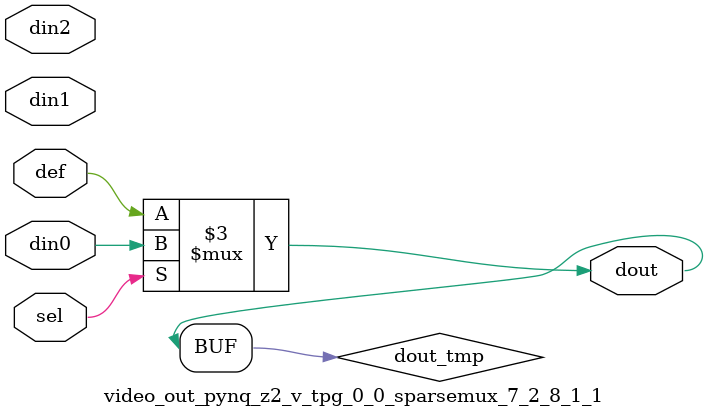
<source format=v>
`timescale 1ns / 1ps

module video_out_pynq_z2_v_tpg_0_0_sparsemux_7_2_8_1_1 (din0,din1,din2,def,sel,dout);

parameter din0_WIDTH = 1;

parameter din1_WIDTH = 1;

parameter din2_WIDTH = 1;

parameter def_WIDTH = 1;
parameter sel_WIDTH = 1;
parameter dout_WIDTH = 1;

parameter [sel_WIDTH-1:0] CASE0 = 1;

parameter [sel_WIDTH-1:0] CASE1 = 1;

parameter [sel_WIDTH-1:0] CASE2 = 1;

parameter ID = 1;
parameter NUM_STAGE = 1;



input [din0_WIDTH-1:0] din0;

input [din1_WIDTH-1:0] din1;

input [din2_WIDTH-1:0] din2;

input [def_WIDTH-1:0] def;
input [sel_WIDTH-1:0] sel;

output [dout_WIDTH-1:0] dout;



reg [dout_WIDTH-1:0] dout_tmp;


always @ (*) begin
(* parallel_case *) case (sel)
    
    CASE0 : dout_tmp = din0;
    
    CASE1 : dout_tmp = din1;
    
    CASE2 : dout_tmp = din2;
    
    default : dout_tmp = def;
endcase
end


assign dout = dout_tmp;



endmodule

</source>
